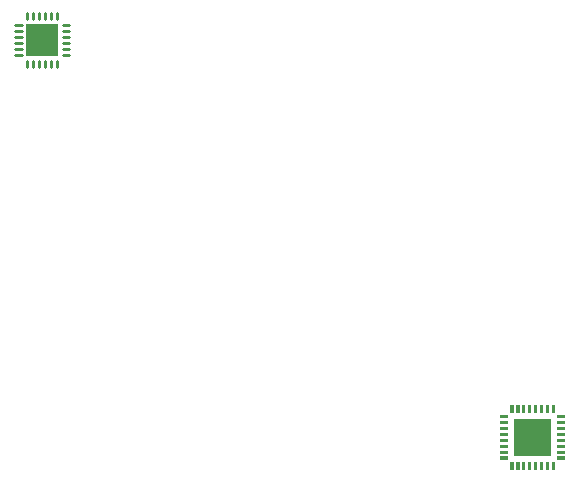
<source format=gtp>
G04 Layer: TopPasteMaskLayer*
G04 EasyEDA v6.4.25, 2022-05-19T19:16:08--7:00*
G04 0dbdd77669684f62939db12cf9e3c97e,10*
G04 Gerber Generator version 0.2*
G04 Scale: 100 percent, Rotated: No, Reflected: No *
G04 Dimensions in millimeters *
G04 leading zeros omitted , absolute positions ,4 integer and 5 decimal *
%FSLAX45Y45*%
%MOMM*%

%ADD11C,0.2800*%

%LPD*%
D11*
X3380826Y8316468D02*
G01*
X3432825Y8316468D01*
X3380826Y8266480D02*
G01*
X3432825Y8266480D01*
X3380826Y8216468D02*
G01*
X3432825Y8216468D01*
X3380826Y8166480D02*
G01*
X3432825Y8166480D01*
X3380826Y8116468D02*
G01*
X3432825Y8116468D01*
X3380826Y8066481D02*
G01*
X3432825Y8066481D01*
X3481831Y8017474D02*
G01*
X3481831Y7965475D01*
X3531819Y8017474D02*
G01*
X3531819Y7965475D01*
X3581831Y8017474D02*
G01*
X3581831Y7965475D01*
X3631818Y8017474D02*
G01*
X3631818Y7965475D01*
X3681831Y8017474D02*
G01*
X3681831Y7965475D01*
X3731818Y8017474D02*
G01*
X3731818Y7965475D01*
X3780825Y8066481D02*
G01*
X3832824Y8066481D01*
X3780825Y8116468D02*
G01*
X3832824Y8116468D01*
X3780825Y8166480D02*
G01*
X3832824Y8166480D01*
X3780825Y8216468D02*
G01*
X3832824Y8216468D01*
X3780825Y8266480D02*
G01*
X3832824Y8266480D01*
X3780825Y8315680D02*
G01*
X3832824Y8315680D01*
X3731818Y8417473D02*
G01*
X3731818Y8365474D01*
X3681831Y8417473D02*
G01*
X3681831Y8365474D01*
X3631818Y8417473D02*
G01*
X3631818Y8365474D01*
X3581831Y8417473D02*
G01*
X3581831Y8365474D01*
X3531819Y8417473D02*
G01*
X3531819Y8365474D01*
X3481831Y8417473D02*
G01*
X3481831Y8365474D01*
G36*
X3471799Y8325230D02*
G01*
X3741800Y8325230D01*
X3741800Y8055229D01*
X3471799Y8055229D01*
G37*
G36*
X7485707Y5015006D02*
G01*
X7552209Y5015006D01*
X7552209Y4987005D01*
X7485707Y4987005D01*
G37*
G36*
X7485707Y4964993D02*
G01*
X7552209Y4964993D01*
X7552209Y4936992D01*
X7485707Y4936992D01*
G37*
G36*
X7485707Y4915006D02*
G01*
X7552209Y4915006D01*
X7552209Y4887005D01*
X7485707Y4887005D01*
G37*
G36*
X7485707Y4864994D02*
G01*
X7552209Y4864994D01*
X7552209Y4836993D01*
X7485707Y4836993D01*
G37*
G36*
X7485707Y4815006D02*
G01*
X7552209Y4815006D01*
X7552209Y4787005D01*
X7485707Y4787005D01*
G37*
G36*
X7485707Y4764994D02*
G01*
X7552209Y4764994D01*
X7552209Y4736993D01*
X7485707Y4736993D01*
G37*
G36*
X7485707Y4715007D02*
G01*
X7552209Y4715007D01*
X7552209Y4687006D01*
X7485707Y4687006D01*
G37*
G36*
X7485707Y4664994D02*
G01*
X7552209Y4664994D01*
X7552209Y4636993D01*
X7485707Y4636993D01*
G37*
G36*
X7570693Y4618509D02*
G01*
X7598694Y4618509D01*
X7598694Y4552007D01*
X7570693Y4552007D01*
G37*
G36*
X7620706Y4618509D02*
G01*
X7648707Y4618509D01*
X7648707Y4552007D01*
X7620706Y4552007D01*
G37*
G36*
X7670693Y4618509D02*
G01*
X7698694Y4618509D01*
X7698694Y4552007D01*
X7670693Y4552007D01*
G37*
G36*
X7720705Y4618509D02*
G01*
X7748706Y4618509D01*
X7748706Y4552007D01*
X7720705Y4552007D01*
G37*
G36*
X7770693Y4618509D02*
G01*
X7798694Y4618509D01*
X7798694Y4552007D01*
X7770693Y4552007D01*
G37*
G36*
X7820705Y4618509D02*
G01*
X7848706Y4618509D01*
X7848706Y4552007D01*
X7820705Y4552007D01*
G37*
G36*
X7870692Y4618509D02*
G01*
X7898693Y4618509D01*
X7898693Y4552007D01*
X7870692Y4552007D01*
G37*
G36*
X7920705Y4618509D02*
G01*
X7948706Y4618509D01*
X7948706Y4552007D01*
X7920705Y4552007D01*
G37*
G36*
X7967190Y4664994D02*
G01*
X8033692Y4664994D01*
X8033692Y4636993D01*
X7967190Y4636993D01*
G37*
G36*
X7967190Y4715007D02*
G01*
X8033692Y4715007D01*
X8033692Y4687006D01*
X7967190Y4687006D01*
G37*
G36*
X7967190Y4764994D02*
G01*
X8033692Y4764994D01*
X8033692Y4736993D01*
X7967190Y4736993D01*
G37*
G36*
X7967190Y4815006D02*
G01*
X8033692Y4815006D01*
X8033692Y4787005D01*
X7967190Y4787005D01*
G37*
G36*
X7967190Y4864994D02*
G01*
X8033692Y4864994D01*
X8033692Y4836993D01*
X7967190Y4836993D01*
G37*
G36*
X7967190Y4915006D02*
G01*
X8033692Y4915006D01*
X8033692Y4887005D01*
X7967190Y4887005D01*
G37*
G36*
X7967190Y4964993D02*
G01*
X8033692Y4964993D01*
X8033692Y4936992D01*
X7967190Y4936992D01*
G37*
G36*
X7967190Y5015006D02*
G01*
X8033692Y5015006D01*
X8033692Y4987005D01*
X7967190Y4987005D01*
G37*
G36*
X7920705Y5099992D02*
G01*
X7948706Y5099992D01*
X7948706Y5033490D01*
X7920705Y5033490D01*
G37*
G36*
X7870692Y5099992D02*
G01*
X7898693Y5099992D01*
X7898693Y5033490D01*
X7870692Y5033490D01*
G37*
G36*
X7820705Y5099992D02*
G01*
X7848706Y5099992D01*
X7848706Y5033490D01*
X7820705Y5033490D01*
G37*
G36*
X7770693Y5099992D02*
G01*
X7798694Y5099992D01*
X7798694Y5033490D01*
X7770693Y5033490D01*
G37*
G36*
X7720705Y5099992D02*
G01*
X7748706Y5099992D01*
X7748706Y5033490D01*
X7720705Y5033490D01*
G37*
G36*
X7670693Y5099992D02*
G01*
X7698694Y5099992D01*
X7698694Y5033490D01*
X7670693Y5033490D01*
G37*
G36*
X7620706Y5099992D02*
G01*
X7648707Y5099992D01*
X7648707Y5033490D01*
X7620706Y5033490D01*
G37*
G36*
X7570693Y5099992D02*
G01*
X7598694Y5099992D01*
X7598694Y5033490D01*
X7570693Y5033490D01*
G37*
G36*
X7604699Y4981000D02*
G01*
X7914700Y4981000D01*
X7914700Y4670999D01*
X7604699Y4670999D01*
G37*
M02*

</source>
